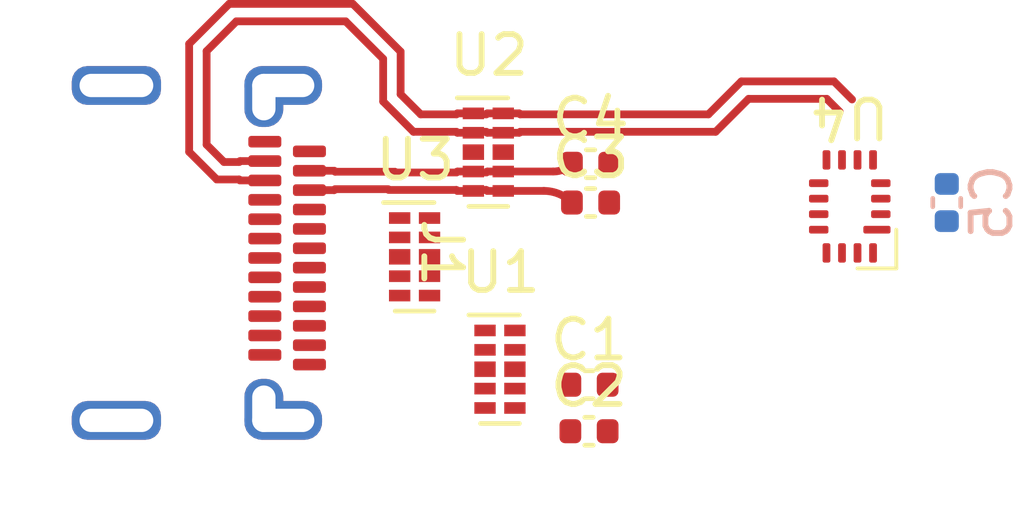
<source format=kicad_pcb>
(kicad_pcb (version 20221018) (generator pcbnew)
  (layers (0 "F.Cu" signal) (1 "In1.Cu" signal) (2 "In2.Cu" signal) (31 "B.Cu" signal) (34 "B.Paste" user) (35 "F.Paste" user) (36 "B.SilkS" user "B.Silkscreen") (37 "F.SilkS" user "F.Silkscreen") (38 "B.Mask" user) (39 "F.Mask" user) (44 "Edge.Cuts" user))
  (net 0 "")
  (net 1 "/USBC0_TX2+")
  (net 2 "/USBC0_TX2-")
  (net 3 "/USBC0_TX1-")
  (net 4 "/USBC0_TX1+")
  (net 5 "GND")
  (net 6 "+3V3")
  (net 7 "/USBC0_VBUS")
  (net 8 "/USBC0_CC1")
  (net 9 "/USBC0_D+")
  (net 10 "/USBC0_D-")
  (net 12 "/USBC0_RX2-")
  (net 13 "/USBC0_RX2+")
  (net 14 "/USBC0_CC2")
  (net 16 "/USBC0_RX1-")
  (net 17 "/USBC0_RX1+")
  (net 24 "Net-(U4-C0+)")
  (net 25 "Net-(U4-C0-)")
  (net 26 "Net-(U4-B0-)")
  (net 27 "Net-(U4-B0+)")
  (footprint "Capacitor_SMD:C_0402_1005Metric" (layer "F.Cu") (at 40.98 122.2)
    (fp_text reference "C1" (at 0 -1.16) (layer "F.SilkS"))
    (fp_text value "100nF")
    (fp_line (start -0.107836 -0.36) (end 0.107836 -0.36) (stroke (width 0.12)) (layer "F.SilkS"))
    (fp_line (start -0.107836 0.36) (end 0.107836 0.36) (stroke (width 0.12)) (layer "F.SilkS"))
    (pad "1" smd roundrect (at -0.48 0) (size 0.56 0.62) (layers "F.Cu" "F.Paste" "F.Mask") (net 1 "/USBC0_TX2+"))
    (pad "2" smd roundrect (at 0.48 0) (size 0.56 0.62) (layers "F.Cu" "F.Paste" "F.Mask") (net 27 "Net-(U4-B0+)"))
  )
  (footprint "Package_SON:USON-10_2.5x1.0mm_P0.5mm" (layer "F.Cu") (at 36.485 118.9)
    (fp_text reference "U3" (at 0.01829 -2.5) (layer "F.SilkS"))
    (fp_text value "TPD4E02B04")
    (fp_line (start 0.5 -1.4) (end -0.8 -1.4) (stroke (width 0.12)) (layer "F.SilkS"))
    (fp_line (start 0.5 1.4) (end -0.5 1.4) (stroke (width 0.12)) (layer "F.SilkS"))
    (pad "1" smd rect (at -0.385 -1 270) (size 0.3 0.55) (layers "F.Cu" "F.Paste" "F.Mask") (net 10 "/USBC0_D-"))
    (pad "2" smd rect (at -0.385 -0.5 270) (size 0.3 0.55) (layers "F.Cu" "F.Paste" "F.Mask") (net 9 "/USBC0_D+"))
    (pad "3" smd rect (at -0.385 0 270) (size 0.4 0.55) (layers "F.Cu" "F.Paste" "F.Mask") (net 5 "GND"))
    (pad "4" smd rect (at -0.385 0.5 270) (size 0.3 0.55) (layers "F.Cu" "F.Paste" "F.Mask") (net 14 "/USBC0_CC2"))
    (pad "5" smd rect (at -0.385 1 270) (size 0.3 0.55) (layers "F.Cu" "F.Paste" "F.Mask") (net 8 "/USBC0_CC1"))
    (pad "6" smd rect (at 0.385 1 270) (size 0.3 0.55) (layers "F.Cu" "F.Paste" "F.Mask") (net 8 "/USBC0_CC1"))
    (pad "7" smd rect (at 0.385 0.5 270) (size 0.3 0.55) (layers "F.Cu" "F.Paste" "F.Mask") (net 14 "/USBC0_CC2"))
    (pad "8" smd rect (at 0.385 0 270) (size 0.4 0.55) (layers "F.Cu" "F.Paste" "F.Mask") (net 5 "GND"))
    (pad "9" smd rect (at 0.385 -0.5 270) (size 0.3 0.55) (layers "F.Cu" "F.Paste" "F.Mask") (net 9 "/USBC0_D+"))
    (pad "10" smd rect (at 0.385 -1 270) (size 0.3 0.55) (layers "F.Cu" "F.Paste" "F.Mask") (net 10 "/USBC0_D-"))
  )
  (footprint "Package_SON:USON-10_2.5x1.0mm_P0.5mm" (layer "F.Cu") (at 38.385 116.2)
    (fp_text reference "U2" (at 0.01829 -2.5) (layer "F.SilkS"))
    (fp_text value "TPD4E02B04")
    (fp_line (start 0.5 -1.4) (end -0.8 -1.4) (stroke (width 0.12)) (layer "F.SilkS"))
    (fp_line (start 0.5 1.4) (end -0.5 1.4) (stroke (width 0.12)) (layer "F.SilkS"))
    (pad "1" smd rect (at -0.385 -1 270) (size 0.3 0.55) (layers "F.Cu" "F.Paste" "F.Mask") (net 16 "/USBC0_RX1-"))
    (pad "2" smd rect (at -0.385 -0.5 270) (size 0.3 0.55) (layers "F.Cu" "F.Paste" "F.Mask") (net 17 "/USBC0_RX1+"))
    (pad "3" smd rect (at -0.385 0 270) (size 0.4 0.55) (layers "F.Cu" "F.Paste" "F.Mask") (net 5 "GND"))
    (pad "4" smd rect (at -0.385 0.5 270) (size 0.3 0.55) (layers "F.Cu" "F.Paste" "F.Mask") (net 4 "/USBC0_TX1+"))
    (pad "5" smd rect (at -0.385 1 270) (size 0.3 0.55) (layers "F.Cu" "F.Paste" "F.Mask") (net 3 "/USBC0_TX1-"))
    (pad "6" smd rect (at 0.385 1 270) (size 0.3 0.55) (layers "F.Cu" "F.Paste" "F.Mask") (net 3 "/USBC0_TX1-"))
    (pad "7" smd rect (at 0.385 0.5 270) (size 0.3 0.55) (layers "F.Cu" "F.Paste" "F.Mask") (net 4 "/USBC0_TX1+"))
    (pad "8" smd rect (at 0.385 0 270) (size 0.4 0.55) (layers "F.Cu" "F.Paste" "F.Mask") (net 5 "GND"))
    (pad "9" smd rect (at 0.385 -0.5 270) (size 0.3 0.55) (layers "F.Cu" "F.Paste" "F.Mask") (net 17 "/USBC0_RX1+"))
    (pad "10" smd rect (at 0.385 -1 270) (size 0.3 0.55) (layers "F.Cu" "F.Paste" "F.Mask") (net 16 "/USBC0_RX1-"))
  )
  (footprint "Capacitor_SMD:C_0402_1005Metric" (layer "F.Cu") (at 41.02 117.5)
    (fp_text reference "C3" (at 0 -1.16) (layer "F.SilkS"))
    (fp_text value "100nF")
    (fp_line (start -0.107836 -0.36) (end 0.107836 -0.36) (stroke (width 0.12)) (layer "F.SilkS"))
    (fp_line (start -0.107836 0.36) (end 0.107836 0.36) (stroke (width 0.12)) (layer "F.SilkS"))
    (pad "1" smd roundrect (at -0.48 0) (size 0.56 0.62) (layers "F.Cu" "F.Paste" "F.Mask") (net 3 "/USBC0_TX1-"))
    (pad "2" smd roundrect (at 0.48 0) (size 0.56 0.62) (layers "F.Cu" "F.Paste" "F.Mask") (net 25 "Net-(U4-C0-)"))
  )
  (footprint "Capacitor_SMD:C_0402_1005Metric" (layer "F.Cu") (at 41.02 116.5)
    (fp_text reference "C4" (at 0 -1.16) (layer "F.SilkS"))
    (fp_text value "100nF")
    (fp_line (start -0.107836 -0.36) (end 0.107836 -0.36) (stroke (width 0.12)) (layer "F.SilkS"))
    (fp_line (start -0.107836 0.36) (end 0.107836 0.36) (stroke (width 0.12)) (layer "F.SilkS"))
    (pad "1" smd roundrect (at -0.48 0) (size 0.56 0.62) (layers "F.Cu" "F.Paste" "F.Mask") (net 4 "/USBC0_TX1+"))
    (pad "2" smd roundrect (at 0.48 0) (size 0.56 0.62) (layers "F.Cu" "F.Paste" "F.Mask") (net 24 "Net-(U4-C0+)"))
  )
  (footprint "Capacitor_SMD:C_0402_1005Metric" (layer "F.Cu") (at 40.98 123.4)
    (fp_text reference "C2" (at 0 -1.16) (layer "F.SilkS"))
    (fp_text value "100nF")
    (fp_line (start -0.107836 -0.36) (end 0.107836 -0.36) (stroke (width 0.12)) (layer "F.SilkS"))
    (fp_line (start -0.107836 0.36) (end 0.107836 0.36) (stroke (width 0.12)) (layer "F.SilkS"))
    (pad "1" smd roundrect (at -0.48 0) (size 0.56 0.62) (layers "F.Cu" "F.Paste" "F.Mask") (net 2 "/USBC0_TX2-"))
    (pad "2" smd roundrect (at 0.48 0) (size 0.56 0.62) (layers "F.Cu" "F.Paste" "F.Mask") (net 26 "Net-(U4-B0-)"))
  )
  (footprint "Package_SON:USON-10_2.5x1.0mm_P0.5mm" (layer "F.Cu") (at 38.685 121.8)
    (fp_text reference "U1" (at 0.01829 -2.5) (layer "F.SilkS"))
    (fp_text value "TPD4E02B04")
    (fp_line (start 0.5 -1.4) (end -0.8 -1.4) (stroke (width 0.12)) (layer "F.SilkS"))
    (fp_line (start 0.5 1.4) (end -0.5 1.4) (stroke (width 0.12)) (layer "F.SilkS"))
    (pad "1" smd rect (at -0.385 -1 270) (size 0.3 0.55) (layers "F.Cu" "F.Paste" "F.Mask") (net 12 "/USBC0_RX2-"))
    (pad "2" smd rect (at -0.385 -0.5 270) (size 0.3 0.55) (layers "F.Cu" "F.Paste" "F.Mask") (net 13 "/USBC0_RX2+"))
    (pad "3" smd rect (at -0.385 0 270) (size 0.4 0.55) (layers "F.Cu" "F.Paste" "F.Mask") (net 5 "GND"))
    (pad "4" smd rect (at -0.385 0.5 270) (size 0.3 0.55) (layers "F.Cu" "F.Paste" "F.Mask") (net 1 "/USBC0_TX2+"))
    (pad "5" smd rect (at -0.385 1 270) (size 0.3 0.55) (layers "F.Cu" "F.Paste" "F.Mask") (net 2 "/USBC0_TX2-"))
    (pad "6" smd rect (at 0.385 1 270) (size 0.3 0.55) (layers "F.Cu" "F.Paste" "F.Mask") (net 2 "/USBC0_TX2-"))
    (pad "7" smd rect (at 0.385 0.5 270) (size 0.3 0.55) (layers "F.Cu" "F.Paste" "F.Mask") (net 1 "/USBC0_TX2+"))
    (pad "8" smd rect (at 0.385 0 270) (size 0.4 0.55) (layers "F.Cu" "F.Paste" "F.Mask") (net 5 "GND"))
    (pad "9" smd rect (at 0.385 -0.5 270) (size 0.3 0.55) (layers "F.Cu" "F.Paste" "F.Mask") (net 13 "/USBC0_RX2+"))
    (pad "10" smd rect (at 0.385 -1 270) (size 0.3 0.55) (layers "F.Cu" "F.Paste" "F.Mask") (net 12 "/USBC0_RX2-"))
  )
  (footprint "Ocean:USB_C_Receptacle_GCT_USB4080" (layer "F.Cu") (at 33.35 118.8 -90)
    (fp_text reference "J1" (at -0.01 -3.84 -90 unlocked) (layer "F.SilkS"))
    (fp_text value "USB4080-03-A")
    (pad "" np_thru_hole circle (at -3.4 1.6 270) (size 0.55 0.55) (drill 0.55) (layers "F&B.Cu" "*.Mask"))
    (pad "" np_thru_hole circle (at 3.4 1.6 270) (size 0.55 0.55) (drill 0.55) (layers "F&B.Cu" "*.Mask"))
    (pad "A1" smd roundrect (at -2.62 -0.425 270) (size 0.3 0.85) (layers "F.Cu" "F.Paste" "F.Mask") (net 5 "GND"))
    (pad "A2" smd roundrect (at -2.12 -0.425 270) (size 0.3 0.85) (layers "F.Cu" "F.Paste" "F.Mask") (net 4 "/USBC0_TX1+"))
    (pad "A3" smd roundrect (at -1.62 -0.425 270) (size 0.3 0.85) (layers "F.Cu" "F.Paste" "F.Mask") (net 3 "/USBC0_TX1-"))
    (pad "A4" smd roundrect (at -1.12 -0.425 270) (size 0.3 0.85) (layers "F.Cu" "F.Paste" "F.Mask") (net 7 "/USBC0_VBUS"))
    (pad "A5" smd roundrect (at -0.62 -0.425 270) (size 0.3 0.85) (layers "F.Cu" "F.Paste" "F.Mask") (net 8 "/USBC0_CC1"))
    (pad "A6" smd roundrect (at -0.12 -0.425 270) (size 0.3 0.85) (layers "F.Cu" "F.Paste" "F.Mask") (net 9 "/USBC0_D+"))
    (pad "A7" smd roundrect (at 0.38 -0.425 270) (size 0.3 0.85) (layers "F.Cu" "F.Paste" "F.Mask") (net 10 "/USBC0_D-"))
    (pad "A8" smd roundrect (at 0.88 -0.425 270) (size 0.3 0.85) (layers "F.Cu" "F.Paste" "F.Mask"))
    (pad "A9" smd roundrect (at 1.38 -0.425 270) (size 0.3 0.85) (layers "F.Cu" "F.Paste" "F.Mask") (net 7 "/USBC0_VBUS"))
    (pad "A10" smd roundrect (at 1.88 -0.425 270) (size 0.3 0.85) (layers "F.Cu" "F.Paste" "F.Mask") (net 12 "/USBC0_RX2-"))
    (pad "A11" smd roundrect (at 2.38 -0.425 270) (size 0.3 0.85) (layers "F.Cu" "F.Paste" "F.Mask") (net 13 "/USBC0_RX2+"))
    (pad "A12" smd roundrect (at 2.88 -0.425 270) (size 0.3 0.85) (layers "F.Cu" "F.Paste" "F.Mask") (net 5 "GND"))
    (pad "B1" smd roundrect (at 2.63 0.725 270) (size 0.3 0.85) (layers "F.Cu" "F.Paste" "F.Mask") (net 5 "GND"))
    (pad "B2" smd roundrect (at 2.13 0.725 270) (size 0.3 0.85) (layers "F.Cu" "F.Paste" "F.Mask") (net 1 "/USBC0_TX2+"))
    (pad "B3" smd roundrect (at 1.63 0.725 270) (size 0.3 0.85) (layers "F.Cu" "F.Paste" "F.Mask") (net 2 "/USBC0_TX2-"))
    (pad "B4" smd roundrect (at 1.13 0.725 270) (size 0.3 0.85) (layers "F.Cu" "F.Paste" "F.Mask") (net 7 "/USBC0_VBUS"))
    (pad "B5" smd roundrect (at 0.63 0.725 270) (size 0.3 0.85) (layers "F.Cu" "F.Paste" "F.Mask") (net 14 "/USBC0_CC2"))
    (pad "B6" smd roundrect (at 0.13 0.725 270) (size 0.3 0.85) (layers "F.Cu" "F.Paste" "F.Mask") (net 9 "/USBC0_D+"))
    (pad "B7" smd roundrect (at -0.37 0.725 270) (size 0.3 0.85) (layers "F.Cu" "F.Paste" "F.Mask") (net 10 "/USBC0_D-"))
    (pad "B8" smd roundrect (at -0.87 0.725 270) (size 0.3 0.85) (layers "F.Cu" "F.Paste" "F.Mask"))
    (pad "B9" smd roundrect (at -1.37 0.725 270) (size 0.3 0.85) (layers "F.Cu" "F.Paste" "F.Mask") (net 7 "/USBC0_VBUS"))
    (pad "B10" smd roundrect (at -1.87 0.725 270) (size 0.3 0.85) (layers "F.Cu" "F.Paste" "F.Mask") (net 16 "/USBC0_RX1-"))
    (pad "B11" smd roundrect (at -2.37 0.725 270) (size 0.3 0.85) (layers "F.Cu" "F.Paste" "F.Mask") (net 17 "/USBC0_RX1+"))
    (pad "B12" smd roundrect (at -2.87 0.725 270) (size 0.3 0.85) (layers "F.Cu" "F.Paste" "F.Mask") (net 5 "GND"))
    (pad "S1" thru_hole roundrect (at -4.32 0.25 270) (size 1 2) (drill oval 0.6 1.6) (layers "*.Cu" "*.Mask") (roundrect_rratio 0.45) (net 5 "GND"))
    (pad "S1" thru_hole roundrect (at -4.32 4.55 270) (size 1 2.3) (drill oval 0.6 1.9) (layers "*.Cu" "*.Mask") (roundrect_rratio 0.4) (net 5 "GND"))
    (pad "S1" thru_hole roundrect (at -4.02 0.75 270) (size 1.54 1) (drill oval 1.2 0.6) (layers "*.Cu" "*.Mask") (roundrect_rratio 0.45) (net 5 "GND"))
    (pad "S1" thru_hole roundrect (at 4.02 0.75 270) (size 1.54 1) (drill oval 1.2 0.6) (layers "*.Cu" "*.Mask") (roundrect_rratio 0.45) (net 5 "GND"))
    (pad "S1" thru_hole roundrect (at 4.32 0.25 270) (size 1 2) (drill oval 0.6 1.6) (layers "*.Cu" "*.Mask") (roundrect_rratio 0.45) (net 5 "GND"))
    (pad "S1" thru_hole roundrect (at 4.32 4.55 270) (size 1 2.3) (drill oval 0.6 1.9) (layers "*.Cu" "*.Mask") (roundrect_rratio 0.4) (net 5 "GND"))
  )
  (footprint "Ocean:Texas_UQFN-16_1.8x2.6mm_P0.4mm" (layer "F.Cu") (at 47.7 117.6 180)
    (fp_text reference "U4" (at 0 2.3 180 unlocked) (layer "F.SilkS"))
    (fp_text value "HD3SS3202")
    (fp_line (start -1.2 -1.6) (end -1.2 -0.6) (stroke (width 0.1)) (layer "F.SilkS"))
    (fp_line (start -1.2 -1.6) (end -0.2 -1.6) (stroke (width 0.1)) (layer "F.SilkS"))
    (pad "1" smd roundrect (at -0.7 -0.6 180) (size 0.7 0.2) (layers "F.Cu" "F.Paste" "F.Mask"))
    (pad "2" smd roundrect (at -0.8 -0.2 180) (size 0.5 0.2) (layers "F.Cu" "F.Paste" "F.Mask") (net 5 "GND"))
    (pad "3" smd roundrect (at -0.8 0.2 180) (size 0.5 0.2) (layers "F.Cu" "F.Paste" "F.Mask") (net 6 "+3V3"))
    (pad "4" smd roundrect (at -0.8 0.6 180) (size 0.5 0.2) (layers "F.Cu" "F.Paste" "F.Mask"))
    (pad "5" smd roundrect (at -0.6 1.2 270) (size 0.5 0.2) (layers "F.Cu" "F.Paste" "F.Mask"))
    (pad "6" smd roundrect (at -0.2 1.2 270) (size 0.5 0.2) (layers "F.Cu" "F.Paste" "F.Mask"))
    (pad "7" smd roundrect (at 0.2 1.2 270) (size 0.5 0.2) (layers "F.Cu" "F.Paste" "F.Mask") (net 16 "/USBC0_RX1-"))
    (pad "8" smd roundrect (at 0.6 1.2 270) (size 0.5 0.2) (layers "F.Cu" "F.Paste" "F.Mask") (net 17 "/USBC0_RX1+"))
    (pad "9" smd roundrect (at 0.8 0.6) (size 0.5 0.2) (layers "F.Cu" "F.Paste" "F.Mask") (net 25 "Net-(U4-C0-)"))
    (pad "10" smd roundrect (at 0.8 0.2) (size 0.5 0.2) (layers "F.Cu" "F.Paste" "F.Mask") (net 24 "Net-(U4-C0+)"))
    (pad "11" smd roundrect (at 0.8 -0.2) (size 0.5 0.2) (layers "F.Cu" "F.Paste" "F.Mask") (net 12 "/USBC0_RX2-"))
    (pad "12" smd roundrect (at 0.8 -0.6) (size 0.5 0.2) (layers "F.Cu" "F.Paste" "F.Mask") (net 13 "/USBC0_RX2+"))
    (pad "13" smd roundrect (at 0.6 -1.2 90) (size 0.5 0.2) (layers "F.Cu" "F.Paste" "F.Mask") (net 26 "Net-(U4-B0-)"))
    (pad "14" smd roundrect (at 0.2 -1.2 90) (size 0.5 0.2) (layers "F.Cu" "F.Paste" "F.Mask") (net 27 "Net-(U4-B0+)"))
    (pad "15" smd roundrect (at -0.2 -1.2 90) (size 0.5 0.2) (layers "F.Cu" "F.Paste" "F.Mask"))
    (pad "16" smd roundrect (at -0.6 -1.2 90) (size 0.5 0.2) (layers "F.Cu" "F.Paste" "F.Mask"))
  )
  (footprint "Capacitor_SMD:C_0402_1005Metric" (layer "B.Cu") (at 50.2 117.5 90)
    (fp_text reference "C5" (at 0 1.16 90) (layer "B.SilkS") (effects (justify mirror)))
    (fp_text value "100nF")
    (fp_line (start -0.107836 -0.36) (end 0.107836 -0.36) (stroke (width 0.12)) (layer "B.SilkS"))
    (fp_line (start -0.107836 0.36) (end 0.107836 0.36) (stroke (width 0.12)) (layer "B.SilkS"))
    (pad "1" smd roundrect (at -0.48 0 90) (size 0.56 0.62) (layers "B.Cu" "B.Paste" "B.Mask") (net 5 "GND"))
    (pad "2" smd roundrect (at 0.48 0 90) (size 0.56 0.62) (layers "B.Cu" "B.Paste" "B.Mask") (net 6 "+3V3"))
  )
  (segment (start 34.412501 117.18) (end 34.437501 117.155) (width 0.2) (layer "F.Cu") (net 3))
  (segment (start 35.82 117.175) (end 37.562499 117.175) (width 0.2) (layer "F.Cu") (net 3))
  (segment (start 34.437501 117.155) (end 35.8 117.155) (width 0.2) (layer "F.Cu") (net 3))
  (segment (start 38.332499 117.175) (end 38.357499 117.2) (width 0.2) (layer "F.Cu") (net 3))
  (segment (start 37.587499 117.2) (end 38 117.2) (width 0.2) (layer "F.Cu") (net 3))
  (segment (start 38 117.2) (end 38.125 117.2) (width 0.2) (layer "F.Cu") (net 3))
  (segment (start 38.15 117.175) (end 38.332499 117.175) (width 0.2) (layer "F.Cu") (net 3))
  (segment (start 37.562499 117.175) (end 37.587499 117.2) (width 0.2) (layer "F.Cu") (net 3))
  (segment (start 38.357499 117.2) (end 38.77 117.2) (width 0.2) (layer "F.Cu") (net 3))
  (segment (start 35.8 117.155) (end 35.82 117.175) (width 0.2) (layer "F.Cu") (net 3))
  (segment (start 33.775 117.18) (end 34.412501 117.18) (width 0.2) (layer "F.Cu") (net 3))
  (segment (start 38.77 117.2) (end 39.815736 117.2) (width 0.2) (layer "F.Cu") (net 3))
  (segment (start 38.125 117.2) (end 38.15 117.175) (width 0.2) (layer "F.Cu") (net 3))
  (arc (start 39.815736 117.2) (mid 40.207704 117.277967) (end 40.54 117.5) (width 0.2) (layer "F.Cu") (net 3))
  (segment (start 37.587499 116.7) (end 38 116.7) (width 0.2) (layer "F.Cu") (net 4))
  (segment (start 38.125 116.7) (end 38.15 116.725) (width 0.2) (layer "F.Cu") (net 4))
  (segment (start 38.77 116.7) (end 40.057158 116.7) (width 0.2) (layer "F.Cu") (net 4))
  (segment (start 34.412501 116.68) (end 34.437501 116.705) (width 0.2) (layer "F.Cu") (net 4))
  (segment (start 37.562499 116.725) (end 37.587499 116.7) (width 0.2) (layer "F.Cu") (net 4))
  (segment (start 38 116.7) (end 38.125 116.7) (width 0.2) (layer "F.Cu") (net 4))
  (segment (start 38.15 116.725) (end 38.332499 116.725) (width 0.2) (layer "F.Cu") (net 4))
  (segment (start 35.992206 116.725) (end 37.562499 116.725) (width 0.2) (layer "F.Cu") (net 4))
  (segment (start 35.972206 116.705) (end 35.992206 116.725) (width 0.2) (layer "F.Cu") (net 4))
  (segment (start 38.357499 116.7) (end 38.77 116.7) (width 0.2) (layer "F.Cu") (net 4))
  (segment (start 34.437501 116.705) (end 35.972206 116.705) (width 0.2) (layer "F.Cu") (net 4))
  (segment (start 38.332499 116.725) (end 38.357499 116.7) (width 0.2) (layer "F.Cu") (net 4))
  (segment (start 33.775 116.68) (end 34.412501 116.68) (width 0.2) (layer "F.Cu") (net 4))
  (arc (start 40.057158 116.7) (mid 40.31847 116.648022) (end 40.54 116.5) (width 0.2) (layer "F.Cu") (net 4))
  (segment (start 44.0568 115.225) (end 44.9068 114.375) (width 0.2) (layer "F.Cu") (net 16))
  (segment (start 37.562499 115.225) (end 37.587499 115.2) (width 0.2) (layer "F.Cu") (net 16))
  (segment (start 30.675 116.1932) (end 30.675 113.4068) (width 0.2) (layer "F.Cu") (net 16))
  (segment (start 47.2932 114.375) (end 47.7591 114.8409) (width 0.2) (layer "F.Cu") (net 16))
  (segment (start 38.125 115.2) (end 38.15 115.225) (width 0.2) (layer "F.Cu") (net 16))
  (segment (start 32.625 116.93) (end 31.987499 116.93) (width 0.2) (layer "F.Cu") (net 16))
  (segment (start 39.207501 115.225) (end 44.0568 115.225) (width 0.2) (layer "F.Cu") (net 16))
  (segment (start 39.182501 115.2) (end 39.207501 115.225) (width 0.2) (layer "F.Cu") (net 16))
  (segment (start 38.15 115.225) (end 38.332499 115.225) (width 0.2) (layer "F.Cu") (net 16))
  (segment (start 31.962499 116.905) (end 31.3868 116.905) (width 0.2) (layer "F.Cu") (net 16))
  (segment (start 31.7068 112.375) (end 34.8932 112.375) (width 0.2) (layer "F.Cu") (net 16))
  (segment (start 36.125 114.7068) (end 36.6432 115.225) (width 0.2) (layer "F.Cu") (net 16))
  (segment (start 34.8932 112.375) (end 36.125 113.6068) (width 0.2) (layer "F.Cu") (net 16))
  (segment (start 31.3868 116.905) (end 30.675 116.1932) (width 0.2) (layer "F.Cu") (net 16))
  (segment (start 37.587499 115.2) (end 38 115.2) (width 0.2) (layer "F.Cu") (net 16))
  (segment (start 38.332499 115.225) (end 38.357499 115.2) (width 0.2) (layer "F.Cu") (net 16))
  (segment (start 38.77 115.2) (end 39.182501 115.2) (width 0.2) (layer "F.Cu") (net 16))
  (segment (start 31.987499 116.93) (end 31.962499 116.905) (width 0.2) (layer "F.Cu") (net 16))
  (segment (start 36.125 113.6068) (end 36.125 114.7068) (width 0.2) (layer "F.Cu") (net 16))
  (segment (start 38 115.2) (end 38.125 115.2) (width 0.2) (layer "F.Cu") (net 16))
  (segment (start 38.357499 115.2) (end 38.77 115.2) (width 0.2) (layer "F.Cu") (net 16))
  (segment (start 36.6432 115.225) (end 37.562499 115.225) (width 0.2) (layer "F.Cu") (net 16))
  (segment (start 30.675 113.4068) (end 31.7068 112.375) (width 0.2) (layer "F.Cu") (net 16))
  (segment (start 44.9068 114.375) (end 47.2932 114.375) (width 0.2) (layer "F.Cu") (net 16))
  (segment (start 31.5732 116.455) (end 31.125 116.0068) (width 0.2) (layer "F.Cu") (net 17))
  (segment (start 45.0932 114.825) (end 47.1068 114.825) (width 0.2) (layer "F.Cu") (net 17))
  (segment (start 31.987499 116.43) (end 31.962499 116.455) (width 0.2) (layer "F.Cu") (net 17))
  (segment (start 31.8932 112.825) (end 34.7068 112.825) (width 0.2) (layer "F.Cu") (net 17))
  (segment (start 31.125 113.5932) (end 31.8932 112.825) (width 0.2) (layer "F.Cu") (net 17))
  (segment (start 37.562499 115.675) (end 37.587499 115.7) (width 0.2) (layer "F.Cu") (net 17))
  (segment (start 38.332499 115.675) (end 38.357499 115.7) (width 0.2) (layer "F.Cu") (net 17))
  (segment (start 39.207501 115.675) (end 44.2432 115.675) (width 0.2) (layer "F.Cu") (net 17))
  (segment (start 47.1068 114.825) (end 47.4409 115.1591) (width 0.2) (layer "F.Cu") (net 17))
  (segment (start 38.125 115.7) (end 38.15 115.675) (width 0.2) (layer "F.Cu") (net 17))
  (segment (start 38.357499 115.7) (end 38.77 115.7) (width 0.2) (layer "F.Cu") (net 17))
  (segment (start 31.962499 116.455) (end 31.5732 116.455) (width 0.2) (layer "F.Cu") (net 17))
  (segment (start 38.15 115.675) (end 38.332499 115.675) (width 0.2) (layer "F.Cu") (net 17))
  (segment (start 37.587499 115.7) (end 38 115.7) (width 0.2) (layer "F.Cu") (net 17))
  (segment (start 35.675 113.7932) (end 35.675 114.8932) (width 0.2) (layer "F.Cu") (net 17))
  (segment (start 31.125 116.0068) (end 31.125 113.5932) (width 0.2) (layer "F.Cu") (net 17))
  (segment (start 32.625 116.43) (end 31.987499 116.43) (width 0.2) (layer "F.Cu") (net 17))
  (segment (start 34.7068 112.825) (end 35.675 113.7932) (width 0.2) (layer "F.Cu") (net 17))
  (segment (start 44.2432 115.675) (end 45.0932 114.825) (width 0.2) (layer "F.Cu") (net 17))
  (segment (start 39.182501 115.7) (end 39.207501 115.675) (width 0.2) (layer "F.Cu") (net 17))
  (segment (start 36.4568 115.675) (end 37.562499 115.675) (width 0.2) (layer "F.Cu") (net 17))
  (segment (start 38 115.7) (end 38.125 115.7) (width 0.2) (layer "F.Cu") (net 17))
  (segment (start 35.675 114.8932) (end 36.4568 115.675) (width 0.2) (layer "F.Cu") (net 17))
  (segment (start 38.77 115.7) (end 39.182501 115.7) (width 0.2) (layer "F.Cu") (net 17))
)
</source>
